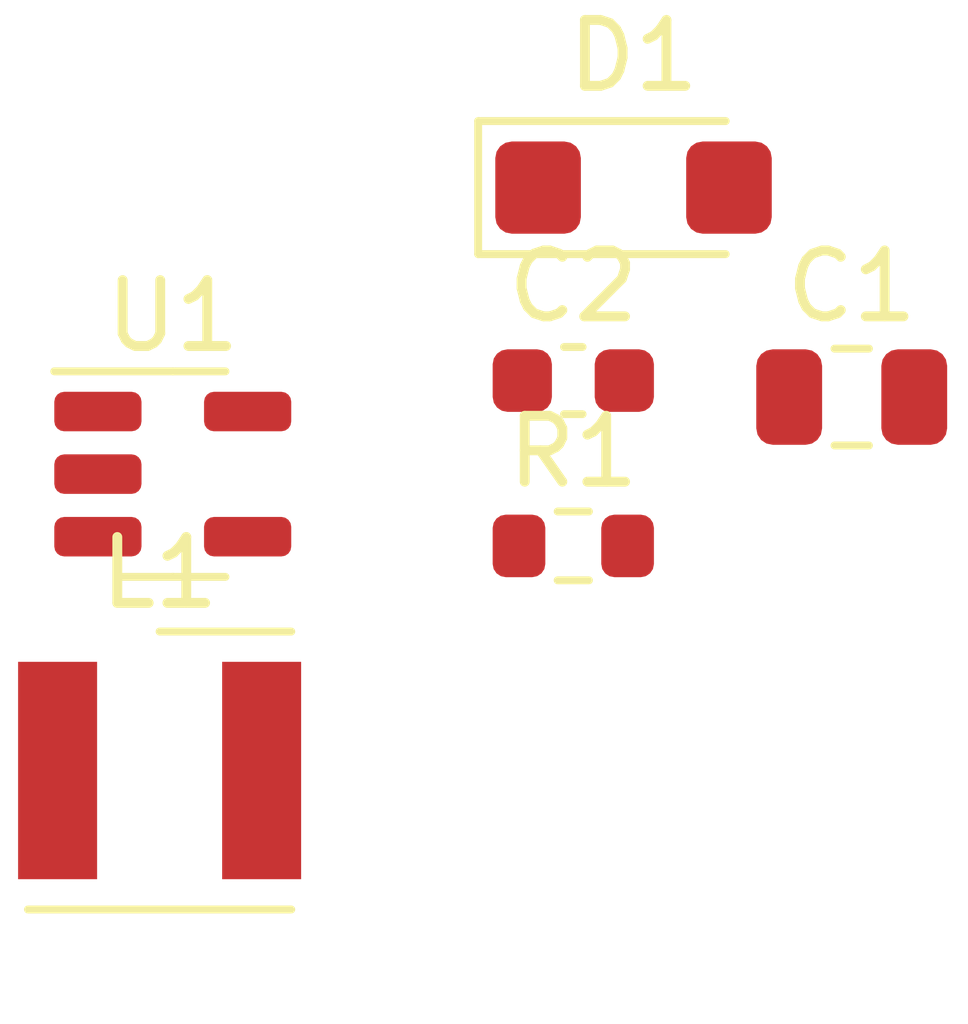
<source format=kicad_pcb>
(kicad_pcb (version 20221018) (generator pcbnew)
  (layers (0 "F.Cu" signal) (31 "B.Cu" signal) (34 "B.Paste" user) (35 "F.Paste" user) (36 "B.SilkS" user "B.Silkscreen") (37 "F.SilkS" user "F.Silkscreen") (38 "B.Mask" user) (39 "F.Mask" user) (44 "Edge.Cuts" user))
  (net 0 "")
  (net 1 "Net-(D1-K)")
  (net 2 "+3.3V")
  (net 3 "GND")
  (net 4 "Net-(U1-EN)")
  (net 5 "VCC")
  (footprint "Package_TO_SOT_SMD:SOT-23-5" (layer "F.Cu") (at 124.315 84.92)
    (fp_text reference "U1" (at 0 -2.4) (layer "F.SilkS"))
    (fp_text value "~")
    (fp_line (start 0 -1.56) (end -1.8 -1.56) (stroke (width 0.12)) (layer "F.SilkS"))
    (fp_line (start 0 -1.56) (end 0.8 -1.56) (stroke (width 0.12)) (layer "F.SilkS"))
    (fp_line (start 0 1.56) (end -0.8 1.56) (stroke (width 0.12)) (layer "F.SilkS"))
    (fp_line (start 0 1.56) (end 0.8 1.56) (stroke (width 0.12)) (layer "F.SilkS"))
    (pad "1" smd roundrect (at -1.1375 -0.95) (size 1.325 0.6) (layers "F.Cu" "F.Paste" "F.Mask") (net 2 "+3.3V"))
    (pad "2" smd roundrect (at -1.1375 0) (size 1.325 0.6) (layers "F.Cu" "F.Paste" "F.Mask") (net 3 "GND"))
    (pad "3" smd roundrect (at -1.1375 0.95) (size 1.325 0.6) (layers "F.Cu" "F.Paste" "F.Mask") (net 4 "Net-(U1-EN)"))
    (pad "4" smd roundrect (at 1.1375 0.95) (size 1.325 0.6) (layers "F.Cu" "F.Paste" "F.Mask") (net 5 "VCC"))
    (pad "5" smd roundrect (at 1.1375 -0.95) (size 1.325 0.6) (layers "F.Cu" "F.Paste" "F.Mask") (net 1 "Net-(D1-K)"))
  )
  (footprint "Capacitor_SMD:C_0603_1608Metric" (layer "F.Cu") (at 130.4 83.5)
    (fp_text reference "C2" (at 0 -1.43) (layer "F.SilkS"))
    (fp_text value "22u")
    (fp_line (start -0.14058 -0.51) (end 0.14058 -0.51) (stroke (width 0.12)) (layer "F.SilkS"))
    (fp_line (start -0.14058 0.51) (end 0.14058 0.51) (stroke (width 0.12)) (layer "F.SilkS"))
    (pad "1" smd roundrect (at -0.775 0) (size 0.9 0.95) (layers "F.Cu" "F.Paste" "F.Mask") (net 2 "+3.3V"))
    (pad "2" smd roundrect (at 0.775 0) (size 0.9 0.95) (layers "F.Cu" "F.Paste" "F.Mask") (net 3 "GND"))
  )
  (footprint "Diode_SMD:D_SMF" (layer "F.Cu") (at 131.315 80.57)
    (fp_text reference "D1" (at 0 -2) (layer "F.SilkS"))
    (fp_text value "1A/60V")
    (fp_line (start -2.36 -1.01) (end -2.36 1.01) (stroke (width 0.12)) (layer "F.SilkS"))
    (fp_line (start -2.36 -1.01) (end 1.4 -1.01) (stroke (width 0.12)) (layer "F.SilkS"))
    (fp_line (start -2.36 1.01) (end 1.4 1.01) (stroke (width 0.12)) (layer "F.SilkS"))
    (pad "1" smd roundrect (at -1.45 0) (size 1.3 1.4) (layers "F.Cu" "F.Paste" "F.Mask") (roundrect_rratio 0.1923076923) (net 1 "Net-(D1-K)"))
    (pad "2" smd roundrect (at 1.45 0) (size 1.3 1.4) (layers "F.Cu" "F.Paste" "F.Mask") (roundrect_rratio 0.1923076923) (net 3 "GND"))
  )
  (footprint "Resistor_SMD:R_0603_1608Metric" (layer "F.Cu") (at 130.4 86.01)
    (fp_text reference "R1" (at 0 -1.43) (layer "F.SilkS"))
    (fp_text value "1M")
    (fp_line (start -0.237258 -0.5225) (end 0.237258 -0.5225) (stroke (width 0.12)) (layer "F.SilkS"))
    (fp_line (start -0.237258 0.5225) (end 0.237258 0.5225) (stroke (width 0.12)) (layer "F.SilkS"))
    (pad "1" smd roundrect (at -0.825 0) (size 0.8 0.95) (layers "F.Cu" "F.Paste" "F.Mask") (net 5 "VCC"))
    (pad "2" smd roundrect (at 0.825 0) (size 0.8 0.95) (layers "F.Cu" "F.Paste" "F.Mask") (net 4 "Net-(U1-EN)"))
  )
  (footprint "Inductor_SMD_Wurth:L_Wurth_WE-LQSH-4020" (layer "F.Cu") (at 124.115 89.42)
    (fp_text reference "L1" (at 0 -3 unlocked) (layer "F.SilkS"))
    (fp_text value "15u")
    (fp_line (start -2 2.11) (end 2 2.11) (stroke (width 0.12)) (layer "F.SilkS"))
    (fp_line (start 0 -2.11) (end 2 -2.11) (stroke (width 0.12)) (layer "F.SilkS"))
    (pad "1" smd rect (at -1.55 0) (size 1.2 3.3) (layers "F.Cu" "F.Paste" "F.Mask") (net 1 "Net-(D1-K)"))
    (pad "2" smd rect (at 1.55 0) (size 1.2 3.3) (layers "F.Cu" "F.Paste" "F.Mask") (net 2 "+3.3V"))
  )
  (footprint "Capacitor_SMD:C_0805_2012Metric" (layer "F.Cu") (at 134.63 83.75)
    (fp_text reference "C1" (at 0 -1.68) (layer "F.SilkS"))
    (fp_text value "4.7u")
    (fp_line (start -0.261252 -0.735) (end 0.261252 -0.735) (stroke (width 0.12)) (layer "F.SilkS"))
    (fp_line (start -0.261252 0.735) (end 0.261252 0.735) (stroke (width 0.12)) (layer "F.SilkS"))
    (pad "1" smd roundrect (at -0.95 0) (size 1 1.45) (layers "F.Cu" "F.Paste" "F.Mask") (net 5 "VCC"))
    (pad "2" smd roundrect (at 0.95 0) (size 1 1.45) (layers "F.Cu" "F.Paste" "F.Mask") (net 3 "GND"))
  )
)
</source>
